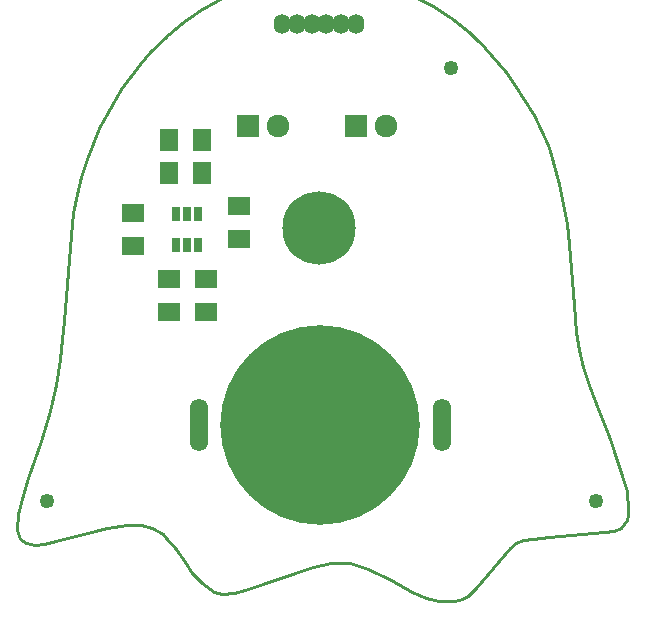
<source format=gbr>
G04 #@! TF.FileFunction,Soldermask,Bot*
%FSLAX46Y46*%
G04 Gerber Fmt 4.6, Leading zero omitted, Abs format (unit mm)*
G04 Created by KiCad (PCBNEW 201610121319+7306~55~ubuntu14.04.1-) date Wed Oct 19 15:16:00 2016*
%MOMM*%
%LPD*%
G01*
G04 APERTURE LIST*
%ADD10C,0.100000*%
%ADD11C,0.254000*%
%ADD12O,1.510000X4.460000*%
%ADD13C,16.900000*%
%ADD14R,1.879600X1.625600*%
%ADD15O,1.400000X1.700000*%
%ADD16R,1.924000X1.924000*%
%ADD17C,1.924000*%
%ADD18R,1.625600X1.879600*%
%ADD19R,0.651600X1.301600*%
%ADD20C,6.200000*%
%ADD21C,1.254000*%
G04 APERTURE END LIST*
D10*
D11*
X121843800Y-57607200D02*
X120142000Y-55626000D01*
X122580400Y-58623200D02*
X121843800Y-57607200D01*
X124231400Y-61315600D02*
X122580400Y-58623200D01*
X125399800Y-63855600D02*
X124231400Y-61315600D01*
X125577600Y-64363600D02*
X125399800Y-63855600D01*
X126390400Y-67106800D02*
X125577600Y-64363600D01*
X127025400Y-70535800D02*
X126390400Y-67106800D01*
X127228600Y-72237600D02*
X127025400Y-70535800D01*
X127635000Y-77343000D02*
X127228600Y-72237600D01*
X127838200Y-79629000D02*
X127635000Y-77343000D01*
X128066800Y-81178400D02*
X127838200Y-79629000D01*
X128397000Y-82626200D02*
X128066800Y-81178400D01*
X128879600Y-84150200D02*
X128397000Y-82626200D01*
X129387600Y-85471000D02*
X128879600Y-84150200D01*
X130683000Y-88747600D02*
X129387600Y-85471000D01*
X132105400Y-93116400D02*
X130683000Y-88747600D01*
X132156200Y-93395800D02*
X132105400Y-93116400D01*
X132207000Y-94437200D02*
X132156200Y-93395800D01*
X132207000Y-95123000D02*
X132207000Y-94437200D01*
X132105400Y-95580200D02*
X132207000Y-95123000D01*
X131622800Y-96240600D02*
X132105400Y-95580200D01*
X131038600Y-96469200D02*
X131622800Y-96240600D01*
X130200400Y-96621600D02*
X131038600Y-96469200D01*
X125552200Y-97028000D02*
X130200400Y-96621600D01*
X124180600Y-97155000D02*
X125552200Y-97028000D01*
X123317000Y-97307400D02*
X124180600Y-97155000D01*
X122732800Y-97561400D02*
X123317000Y-97307400D01*
X122250200Y-97917000D02*
X122732800Y-97561400D01*
X119329200Y-101371400D02*
X122250200Y-97917000D01*
X118643400Y-101981000D02*
X119329200Y-101371400D01*
X118135400Y-102260400D02*
X118643400Y-101981000D01*
X117551200Y-102412800D02*
X118135400Y-102260400D01*
X117221000Y-102412800D02*
X117551200Y-102412800D01*
X116179600Y-102412800D02*
X117221000Y-102412800D01*
X115112800Y-102184200D02*
X116179600Y-102412800D01*
X113944400Y-101701600D02*
X115112800Y-102184200D01*
X112141000Y-100685600D02*
X113944400Y-101701600D01*
X110185200Y-99720400D02*
X112141000Y-100685600D01*
X108686600Y-99237800D02*
X110185200Y-99720400D01*
X107086400Y-99212400D02*
X108686600Y-99237800D01*
X105511600Y-99517200D02*
X107086400Y-99212400D01*
X99796600Y-101523800D02*
X105511600Y-99517200D01*
X98831400Y-101752400D02*
X99796600Y-101523800D01*
X97866200Y-101828600D02*
X98831400Y-101752400D01*
X97129600Y-101650800D02*
X97866200Y-101828600D01*
X96164400Y-100939600D02*
X97129600Y-101650800D01*
X95300800Y-100025200D02*
X96164400Y-100939600D01*
X94691200Y-99110800D02*
X95300800Y-100025200D01*
X93903800Y-98018600D02*
X94691200Y-99110800D01*
X93091000Y-97078800D02*
X93903800Y-98018600D01*
X92811600Y-96799400D02*
X93091000Y-97078800D01*
X91922600Y-96215200D02*
X92811600Y-96799400D01*
X90957400Y-95986600D02*
X91922600Y-96215200D01*
X89763600Y-95986600D02*
X90957400Y-95986600D01*
X88087200Y-96291400D02*
X89763600Y-95986600D01*
X82753200Y-97586800D02*
X88087200Y-96291400D01*
X82042000Y-97688400D02*
X82753200Y-97586800D01*
X81229200Y-97561400D02*
X82042000Y-97688400D01*
X80721200Y-97205800D02*
X81229200Y-97561400D01*
X80467200Y-96393000D02*
X80721200Y-97205800D01*
X80568800Y-95097600D02*
X80467200Y-96393000D01*
X80949800Y-93421200D02*
X80568800Y-95097600D01*
X81407000Y-92049600D02*
X80949800Y-93421200D01*
X82473800Y-88849200D02*
X81407000Y-92049600D01*
X83235800Y-86334600D02*
X82473800Y-88849200D01*
X83769200Y-84150200D02*
X83235800Y-86334600D01*
X84150200Y-81965800D02*
X83769200Y-84150200D01*
X84328000Y-80289400D02*
X84150200Y-81965800D01*
X84480400Y-78740000D02*
X84328000Y-80289400D01*
X85013800Y-71424800D02*
X84480400Y-78740000D01*
X85242400Y-69570600D02*
X85013800Y-71424800D01*
X85521800Y-67945000D02*
X85242400Y-69570600D01*
X85877400Y-66522600D02*
X85521800Y-67945000D01*
X86385400Y-64973200D02*
X85877400Y-66522600D01*
X87426800Y-62382400D02*
X86385400Y-64973200D01*
X89281000Y-59080400D02*
X87426800Y-62382400D01*
X90932000Y-56972200D02*
X89281000Y-59080400D01*
X91770200Y-55930800D02*
X90932000Y-56972200D01*
X93218000Y-54584600D02*
X91770200Y-55930800D01*
X120142000Y-55626000D02*
G75*
G03X93218000Y-54610000I-13970000J-12954000D01*
G01*
D12*
X116459000Y-87503000D03*
D13*
X106172000Y-87503000D03*
D12*
X95885000Y-87503000D03*
D14*
X90297000Y-69596000D03*
X90297000Y-72390000D03*
D15*
X102920000Y-53594000D03*
X104170000Y-53594000D03*
X105420000Y-53594000D03*
X106670000Y-53594000D03*
X107920000Y-53594000D03*
X109170000Y-53594000D03*
D16*
X100076000Y-62230000D03*
D17*
X102616000Y-62230000D03*
X111760000Y-62230000D03*
D16*
X109220000Y-62230000D03*
D18*
X93345000Y-63373000D03*
X96139000Y-63373000D03*
X96139000Y-66167000D03*
X93345000Y-66167000D03*
D14*
X93345000Y-75184000D03*
X93345000Y-77978000D03*
X96520000Y-77978000D03*
X96520000Y-75184000D03*
X99314000Y-68961000D03*
X99314000Y-71755000D03*
D19*
X95832600Y-72281695D03*
X94882600Y-72281695D03*
X93932600Y-72281695D03*
X93932600Y-69681495D03*
X94882600Y-69681495D03*
X95832600Y-69681495D03*
D20*
X106045000Y-70866000D03*
D21*
X83058000Y-93980000D03*
X117221000Y-57340500D03*
X129540000Y-93980000D03*
M02*

</source>
